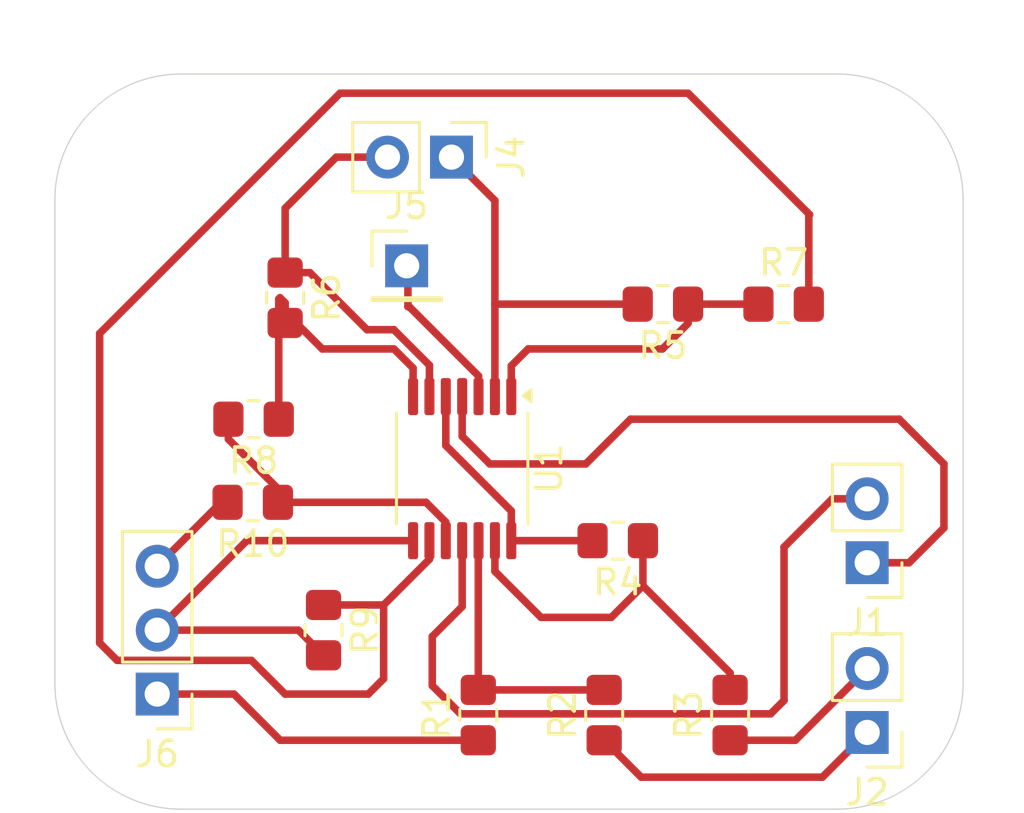
<source format=kicad_pcb>
(kicad_pcb (version 20241229) (generator "pcbnew") (generator_version "9.0")
  (layers (0 "F.Cu" signal) (2 "B.Cu" signal) (13 "F.Paste" user) (15 "B.Paste" user) (5 "F.SilkS" user "F.Silkscreen") (7 "B.SilkS" user "B.Silkscreen") (1 "F.Mask" user) (3 "B.Mask" user) (25 "Edge.Cuts" user))
  (net 0 "")
  (net 1 "+5V")
  (net 2 "GND")
  (net 3 "/V_{offset-}")
  (net 4 "/V_{offset+}")
  (net 5 "/IN-")
  (net 6 "/IN+")
  (net 7 "/OUT")
  (net 8 "Net-(U1D-+)")
  (net 9 "Net-(U1D--)")
  (net 10 "/V_SENSOR_WITH_DC_OFFSET")
  (net 11 "Net-(R5-Pad1)")
  (net 12 "/RGain+")
  (net 13 "/RGain-")
  (net 14 "Net-(R6-Pad2)")
  (net 15 "Net-(U1C--)")
  (net 16 "Net-(U1C-+)")
  (net 17 "/VREF")
  (footprint "Resistor_SMD:R_0805_2012Metric_Pad1.20x1.40mm_HandSolder" (layer "F.Cu") (at 96.758 80.772 180)
    (property "Reference" "R10" (at 0 -1.65 0) (layer "F.SilkS"))
    (property "Value" "10k")
    (fp_line (start -0.227064 0.735) (end 0.227064 0.735) (stroke (width 0.12)) (layer "F.SilkS"))
    (fp_line (start -0.227064 -0.735) (end 0.227064 -0.735) (stroke (width 0.12)) (layer "F.SilkS"))
    (pad "1" smd roundrect (at -1 0 180) (size 1.2 1.4) (layers "F.Cu" "F.Mask" "F.Paste") (roundrect_rratio 0.208333) (net 16 "Net-(U1C-+)"))
    (pad "2" smd roundrect (at 1 0 180) (size 1.2 1.4) (layers "F.Cu" "F.Mask" "F.Paste") (roundrect_rratio 0.208333) (net 17 "/VREF"))
  )
  (footprint "Connector_PinHeader_2.54mm:PinHeader_1x02_P2.54mm_Vertical" (layer "F.Cu") (at 104.648 67.056 -90)
    (property "Reference" "J4" (at 0 -2.38 90) (layer "F.SilkS"))
    (property "Value" "Conn_01x02_Pin")
    (fp_line (start -1.38 3.92) (end 1.38 3.92) (stroke (width 0.12)) (layer "F.SilkS"))
    (fp_line (start -1.38 1.27) (end -1.38 3.92) (stroke (width 0.12)) (layer "F.SilkS"))
    (fp_line (start -1.38 1.27) (end 1.38 1.27) (stroke (width 0.12)) (layer "F.SilkS"))
    (fp_line (start 1.38 1.27) (end 1.38 3.92) (stroke (width 0.12)) (layer "F.SilkS"))
    (fp_line (start -1.38 0) (end -1.38 -1.38) (stroke (width 0.12)) (layer "F.SilkS"))
    (fp_line (start -1.38 -1.38) (end 0 -1.38) (stroke (width 0.12)) (layer "F.SilkS"))
    (pad "1" thru_hole rect (at 0 0 270) (size 1.7 1.7) (drill 1) (layers "*.Cu" "*.Mask") (net 12 "/RGain+"))
    (pad "2" thru_hole circle (at 0 2.54 270) (size 1.7 1.7) (drill 1) (layers "*.Cu" "*.Mask") (net 13 "/RGain-"))
  )
  (footprint "Resistor_SMD:R_0805_2012Metric_Pad1.20x1.40mm_HandSolder" (layer "F.Cu") (at 117.84 72.898)
    (property "Reference" "R7" (at 0 -1.65 0) (layer "F.SilkS"))
    (property "Value" "10k")
    (fp_line (start -0.227064 -0.735) (end 0.227064 -0.735) (stroke (width 0.12)) (layer "F.SilkS"))
    (fp_line (start -0.227064 0.735) (end 0.227064 0.735) (stroke (width 0.12)) (layer "F.SilkS"))
    (pad "1" smd roundrect (at -1 0) (size 1.2 1.4) (layers "F.Cu" "F.Mask" "F.Paste") (roundrect_rratio 0.208333) (net 11 "Net-(R5-Pad1)"))
    (pad "2" smd roundrect (at 1 0) (size 1.2 1.4) (layers "F.Cu" "F.Mask" "F.Paste") (roundrect_rratio 0.208333) (net 15 "Net-(U1C--)"))
  )
  (footprint "Package_SO:TSSOP-14_4.4x5mm_P0.65mm" (layer "F.Cu") (at 105.074 79.4335 -90)
    (property "Reference" "U1" (at 0 -3.45 90) (layer "F.SilkS"))
    (property "Value" "LMV324")
    (fp_line (start 0 2.61) (end -2.2 2.61) (stroke (width 0.12)) (layer "F.SilkS"))
    (fp_line (start 0 2.61) (end 2.2 2.61) (stroke (width 0.12)) (layer "F.SilkS"))
    (fp_line (start 0 -2.61) (end -2.2 -2.61) (stroke (width 0.12)) (layer "F.SilkS"))
    (fp_line (start 0 -2.61) (end 2.2 -2.61) (stroke (width 0.12)) (layer "F.SilkS"))
    (fp_poly (pts (xy -2.9 -2.41) (xy -3.14 -2.74) (xy -2.66 -2.74)) (stroke (width 0.12)) (fill yes) (layer "F.SilkS"))
    (pad "1" smd roundrect (at -2.8625 -1.95 270) (size 1.475 0.4) (layers "F.Cu" "F.Mask" "F.Paste") (net 11 "Net-(R5-Pad1)"))
    (pad "2" smd roundrect (at -2.8625 -1.3 270) (size 1.475 0.4) (layers "F.Cu" "F.Mask" "F.Paste") (net 12 "/RGain+"))
    (pad "3" smd roundrect (at -2.8625 -0.65 270) (size 1.475 0.4) (layers "F.Cu" "F.Mask" "F.Paste") (net 5 "/IN-"))
    (pad "4" smd roundrect (at -2.8625 0 270) (size 1.475 0.4) (layers "F.Cu" "F.Mask" "F.Paste") (net 1 "+5V"))
    (pad "5" smd roundrect (at -2.8625 0.65 270) (size 1.475 0.4) (layers "F.Cu" "F.Mask" "F.Paste") (net 10 "/V_SENSOR_WITH_DC_OFFSET"))
    (pad "6" smd roundrect (at -2.8625 1.3 270) (size 1.475 0.4) (layers "F.Cu" "F.Mask" "F.Paste") (net 13 "/RGain-"))
    (pad "7" smd roundrect (at -2.8625 1.95 270) (size 1.475 0.4) (layers "F.Cu" "F.Mask" "F.Paste") (net 14 "Net-(R6-Pad2)"))
    (pad "8" smd roundrect (at 2.8625 1.95 270) (size 1.475 0.4) (layers "F.Cu" "F.Mask" "F.Paste") (net 7 "/OUT"))
    (pad "9" smd roundrect (at 2.8625 1.3 270) (size 1.475 0.4) (layers "F.Cu" "F.Mask" "F.Paste") (net 15 "Net-(U1C--)"))
    (pad "10" smd roundrect (at 2.8625 0.65 270) (size 1.475 0.4) (layers "F.Cu" "F.Mask" "F.Paste") (net 16 "Net-(U1C-+)"))
    (pad "11" smd roundrect (at 2.8625 0 270) (size 1.475 0.4) (layers "F.Cu" "F.Mask" "F.Paste") (net 2 "GND"))
    (pad "12" smd roundrect (at 2.8625 -0.65 270) (size 1.475 0.4) (layers "F.Cu" "F.Mask" "F.Paste") (net 8 "Net-(U1D-+)"))
    (pad "13" smd roundrect (at 2.8625 -1.3 270) (size 1.475 0.4) (layers "F.Cu" "F.Mask" "F.Paste") (net 9 "Net-(U1D--)"))
    (pad "14" smd roundrect (at 2.8625 -1.95 270) (size 1.475 0.4) (layers "F.Cu" "F.Mask" "F.Paste") (net 10 "/V_SENSOR_WITH_DC_OFFSET"))
  )
  (footprint "Connector_PinHeader_2.54mm:PinHeader_1x02_P2.54mm_Vertical" (layer "F.Cu") (at 121.158 89.916 180)
    (property "Reference" "J2" (at 0 -2.38 0) (layer "F.SilkS"))
    (property "Value" "Conn_01x02_Pin")
    (fp_line (start 1.38 1.27) (end 1.38 3.92) (stroke (width 0.12)) (layer "F.SilkS"))
    (fp_line (start -1.38 3.92) (end 1.38 3.92) (stroke (width 0.12)) (layer "F.SilkS"))
    (fp_line (start -1.38 1.27) (end 1.38 1.27) (stroke (width 0.12)) (layer "F.SilkS"))
    (fp_line (start -1.38 1.27) (end -1.38 3.92) (stroke (width 0.12)) (layer "F.SilkS"))
    (fp_line (start -1.38 0) (end -1.38 -1.38) (stroke (width 0.12)) (layer "F.SilkS"))
    (fp_line (start -1.38 -1.38) (end 0 -1.38) (stroke (width 0.12)) (layer "F.SilkS"))
    (pad "1" thru_hole rect (at 0 0 180) (size 1.7 1.7) (drill 1) (layers "*.Cu" "*.Mask") (net 4 "/V_{offset+}"))
    (pad "2" thru_hole circle (at 0 2.54 180) (size 1.7 1.7) (drill 1) (layers "*.Cu" "*.Mask") (net 3 "/V_{offset-}"))
  )
  (footprint "Resistor_SMD:R_0805_2012Metric_Pad1.20x1.40mm_HandSolder" (layer "F.Cu") (at 96.79 77.47 180)
    (property "Reference" "R8" (at 0 -1.65 0) (layer "F.SilkS"))
    (property "Value" "10k")
    (fp_line (start -0.227064 0.735) (end 0.227064 0.735) (stroke (width 0.12)) (layer "F.SilkS"))
    (fp_line (start -0.227064 -0.735) (end 0.227064 -0.735) (stroke (width 0.12)) (layer "F.SilkS"))
    (pad "1" smd roundrect (at -1 0 180) (size 1.2 1.4) (layers "F.Cu" "F.Mask" "F.Paste") (roundrect_rratio 0.208333) (net 14 "Net-(R6-Pad2)"))
    (pad "2" smd roundrect (at 1 0 180) (size 1.2 1.4) (layers "F.Cu" "F.Mask" "F.Paste") (roundrect_rratio 0.208333) (net 16 "Net-(U1C-+)"))
  )
  (footprint "Resistor_SMD:R_0805_2012Metric_Pad1.20x1.40mm_HandSolder" (layer "F.Cu") (at 98.044 72.644 -90)
    (property "Reference" "R6" (at 0 -1.65 90) (layer "F.SilkS"))
    (property "Value" "10k")
    (fp_line (start -0.227064 0.735) (end 0.227064 0.735) (stroke (width 0.12)) (layer "F.SilkS"))
    (fp_line (start -0.227064 -0.735) (end 0.227064 -0.735) (stroke (width 0.12)) (layer "F.SilkS"))
    (pad "1" smd roundrect (at -1 0 270) (size 1.2 1.4) (layers "F.Cu" "F.Mask" "F.Paste") (roundrect_rratio 0.208333) (net 13 "/RGain-"))
    (pad "2" smd roundrect (at 1 0 270) (size 1.2 1.4) (layers "F.Cu" "F.Mask" "F.Paste") (roundrect_rratio 0.208333) (net 14 "Net-(R6-Pad2)"))
  )
  (footprint "Resistor_SMD:R_0805_2012Metric_Pad1.20x1.40mm_HandSolder" (layer "F.Cu") (at 111.252 82.296 180)
    (property "Reference" "R4" (at 0 -1.65 0) (layer "F.SilkS"))
    (property "Value" "10k")
    (fp_line (start -0.227064 0.735) (end 0.227064 0.735) (stroke (width 0.12)) (layer "F.SilkS"))
    (fp_line (start -0.227064 -0.735) (end 0.227064 -0.735) (stroke (width 0.12)) (layer "F.SilkS"))
    (pad "1" smd roundrect (at -1 0 180) (size 1.2 1.4) (layers "F.Cu" "F.Mask" "F.Paste") (roundrect_rratio 0.208333) (net 9 "Net-(U1D--)"))
    (pad "2" smd roundrect (at 1 0 180) (size 1.2 1.4) (layers "F.Cu" "F.Mask" "F.Paste") (roundrect_rratio 0.208333) (net 10 "/V_SENSOR_WITH_DC_OFFSET"))
  )
  (footprint "Resistor_SMD:R_0805_2012Metric_Pad1.20x1.40mm_HandSolder" (layer "F.Cu") (at 110.714 89.227 90)
    (property "Reference" "R2" (at 0 -1.65 90) (layer "F.SilkS"))
    (property "Value" "10k")
    (fp_line (start -0.227064 -0.735) (end 0.227064 -0.735) (stroke (width 0.12)) (layer "F.SilkS"))
    (fp_line (start -0.227064 0.735) (end 0.227064 0.735) (stroke (width 0.12)) (layer "F.SilkS"))
    (pad "1" smd roundrect (at -1 0 90) (size 1.2 1.4) (layers "F.Cu" "F.Mask" "F.Paste") (roundrect_rratio 0.208333) (net 4 "/V_{offset+}"))
    (pad "2" smd roundrect (at 1 0 90) (size 1.2 1.4) (layers "F.Cu" "F.Mask" "F.Paste") (roundrect_rratio 0.208333) (net 8 "Net-(U1D-+)"))
  )
  (footprint "Connector_PinHeader_2.54mm:PinHeader_1x01_P2.54mm_Vertical" (layer "F.Cu") (at 102.87 71.374)
    (property "Reference" "J5" (at 0 -2.38 0) (layer "F.SilkS"))
    (property "Value" "Conn_01x01_Pin")
    (fp_line (start -1.38 -1.38) (end 0 -1.38) (stroke (width 0.12)) (layer "F.SilkS"))
    (fp_line (start -1.38 0) (end -1.38 -1.38) (stroke (width 0.12)) (layer "F.SilkS"))
    (fp_line (start -1.38 1.27) (end -1.38 1.38) (stroke (width 0.12)) (layer "F.SilkS"))
    (fp_line (start -1.38 1.27) (end 1.38 1.27) (stroke (width 0.12)) (layer "F.SilkS"))
    (fp_line (start -1.38 1.38) (end 1.38 1.38) (stroke (width 0.12)) (layer "F.SilkS"))
    (fp_line (start 1.38 1.27) (end 1.38 1.38) (stroke (width 0.12)) (layer "F.SilkS"))
    (pad "1" thru_hole rect (at 0 0) (size 1.7 1.7) (drill 1) (layers "*.Cu" "*.Mask") (net 5 "/IN-"))
  )
  (footprint "Resistor_SMD:R_0805_2012Metric_Pad1.20x1.40mm_HandSolder" (layer "F.Cu") (at 115.714 89.227 90)
    (property "Reference" "R3" (at 0 -1.65 90) (layer "F.SilkS"))
    (property "Value" "10k")
    (fp_line (start -0.227064 -0.735) (end 0.227064 -0.735) (stroke (width 0.12)) (layer "F.SilkS"))
    (fp_line (start -0.227064 0.735) (end 0.227064 0.735) (stroke (width 0.12)) (layer "F.SilkS"))
    (pad "1" smd roundrect (at -1 0 90) (size 1.2 1.4) (layers "F.Cu" "F.Mask" "F.Paste") (roundrect_rratio 0.208333) (net 3 "/V_{offset-}"))
    (pad "2" smd roundrect (at 1 0 90) (size 1.2 1.4) (layers "F.Cu" "F.Mask" "F.Paste") (roundrect_rratio 0.208333) (net 9 "Net-(U1D--)"))
  )
  (footprint "Resistor_SMD:R_0805_2012Metric_Pad1.20x1.40mm_HandSolder" (layer "F.Cu") (at 99.568 85.852 -90)
    (property "Reference" "R9" (at 0 -1.65 90) (layer "F.SilkS"))
    (property "Value" "10k")
    (fp_line (start -0.227064 0.735) (end 0.227064 0.735) (stroke (width 0.12)) (layer "F.SilkS"))
    (fp_line (start -0.227064 -0.735) (end 0.227064 -0.735) (stroke (width 0.12)) (layer "F.SilkS"))
    (pad "1" smd roundrect (at -1 0 270) (size 1.2 1.4) (layers "F.Cu" "F.Mask" "F.Paste") (roundrect_rratio 0.208333) (net 15 "Net-(U1C--)"))
    (pad "2" smd roundrect (at 1 0 270) (size 1.2 1.4) (layers "F.Cu" "F.Mask" "F.Paste") (roundrect_rratio 0.208333) (net 7 "/OUT"))
  )
  (footprint "Resistor_SMD:R_0805_2012Metric_Pad1.20x1.40mm_HandSolder" (layer "F.Cu") (at 113.046 72.898 180)
    (property "Reference" "R5" (at 0 -1.65 0) (layer "F.SilkS"))
    (property "Value" "10k")
    (fp_line (start -0.227064 0.735) (end 0.227064 0.735) (stroke (width 0.12)) (layer "F.SilkS"))
    (fp_line (start -0.227064 -0.735) (end 0.227064 -0.735) (stroke (width 0.12)) (layer "F.SilkS"))
    (pad "1" smd roundrect (at -1 0 180) (size 1.2 1.4) (layers "F.Cu" "F.Mask" "F.Paste") (roundrect_rratio 0.208333) (net 11 "Net-(R5-Pad1)"))
    (pad "2" smd roundrect (at 1 0 180) (size 1.2 1.4) (layers "F.Cu" "F.Mask" "F.Paste") (roundrect_rratio 0.208333) (net 12 "/RGain+"))
  )
  (footprint "Connector_PinHeader_2.54mm:PinHeader_1x02_P2.54mm_Vertical" (layer "F.Cu") (at 121.158 83.173341 180)
    (property "Reference" "J1" (at 0 -2.38 0) (layer "F.SilkS"))
    (property "Value" "Conn_01x02_Pin")
    (fp_line (start 1.38 1.27) (end 1.38 3.92) (stroke (width 0.12)) (layer "F.SilkS"))
    (fp_line (start -1.38 3.92) (end 1.38 3.92) (stroke (width 0.12)) (layer "F.SilkS"))
    (fp_line (start -1.38 1.27) (end 1.38 1.27) (stroke (width 0.12)) (layer "F.SilkS"))
    (fp_line (start -1.38 1.27) (end -1.38 3.92) (stroke (width 0.12)) (layer "F.SilkS"))
    (fp_line (start -1.38 0) (end -1.38 -1.38) (stroke (width 0.12)) (layer "F.SilkS"))
    (fp_line (start -1.38 -1.38) (end 0 -1.38) (stroke (width 0.12)) (layer "F.SilkS"))
    (pad "1" thru_hole rect (at 0 0 180) (size 1.7 1.7) (drill 1) (layers "*.Cu" "*.Mask") (net 1 "+5V"))
    (pad "2" thru_hole circle (at 0 2.54 180) (size 1.7 1.7) (drill 1) (layers "*.Cu" "*.Mask") (net 2 "GND"))
  )
  (footprint "Connector_PinHeader_2.54mm:PinHeader_1x03_P2.54mm_Vertical" (layer "F.Cu") (at 92.964 88.392 180)
    (property "Reference" "J6" (at 0 -2.38 0) (layer "F.SilkS"))
    (property "Value" "Conn_01x03_Pin")
    (fp_line (start 1.38 1.27) (end 1.38 6.46) (stroke (width 0.12)) (layer "F.SilkS"))
    (fp_line (start -1.38 6.46) (end 1.38 6.46) (stroke (width 0.12)) (layer "F.SilkS"))
    (fp_line (start -1.38 1.27) (end 1.38 1.27) (stroke (width 0.12)) (layer "F.SilkS"))
    (fp_line (start -1.38 1.27) (end -1.38 6.46) (stroke (width 0.12)) (layer "F.SilkS"))
    (fp_line (start -1.38 0) (end -1.38 -1.38) (stroke (width 0.12)) (layer "F.SilkS"))
    (fp_line (start -1.38 -1.38) (end 0 -1.38) (stroke (width 0.12)) (layer "F.SilkS"))
    (pad "1" thru_hole rect (at 0 0 180) (size 1.7 1.7) (drill 1) (layers "*.Cu" "*.Mask") (net 6 "/IN+"))
    (pad "2" thru_hole circle (at 0 2.54 180) (size 1.7 1.7) (drill 1) (layers "*.Cu" "*.Mask") (net 7 "/OUT"))
    (pad "3" thru_hole circle (at 0 5.08 180) (size 1.7 1.7) (drill 1) (layers "*.Cu" "*.Mask") (net 17 "/VREF"))
  )
  (footprint "Resistor_SMD:R_0805_2012Metric_Pad1.20x1.40mm_HandSolder" (layer "F.Cu") (at 105.714 89.227 90)
    (property "Reference" "R1" (at 0 -1.65 90) (layer "F.SilkS"))
    (property "Value" "10k")
    (fp_line (start -0.227064 -0.735) (end 0.227064 -0.735) (stroke (width 0.12)) (layer "F.SilkS"))
    (fp_line (start -0.227064 0.735) (end 0.227064 0.735) (stroke (width 0.12)) (layer "F.SilkS"))
    (pad "1" smd roundrect (at -1 0 90) (size 1.2 1.4) (layers "F.Cu" "F.Mask" "F.Paste") (roundrect_rratio 0.208333) (net 6 "/IN+"))
    (pad "2" smd roundrect (at 1 0 90) (size 1.2 1.4) (layers "F.Cu" "F.Mask" "F.Paste") (roundrect_rratio 0.208333) (net 8 "Net-(U1D-+)"))
  )
  (gr_arc (start 124.968 87.964) (mid 123.503534 91.499534) (end 119.968 92.964) (stroke (width 0.05)) (layer "Edge.Cuts"))
  (gr_arc (start 119.968 63.754) (mid 123.503534 65.218466) (end 124.968 68.754) (stroke (width 0.05)) (layer "Edge.Cuts"))
  (gr_line (start 88.9 87.964) (end 88.9 68.754) (stroke (width 0.05)) (layer "Edge.Cuts"))
  (gr_line (start 124.968 68.754) (end 124.968 87.964) (stroke (width 0.05)) (layer "Edge.Cuts"))
  (gr_arc (start 88.9 68.754) (mid 90.364466 65.218466) (end 93.9 63.754) (stroke (width 0.05)) (layer "Edge.Cuts"))
  (gr_line (start 119.968 92.964) (end 93.9 92.964) (stroke (width 0.05)) (layer "Edge.Cuts"))
  (gr_line (start 93.9 63.754) (end 119.968 63.754) (stroke (width 0.05)) (layer "Edge.Cuts"))
  (gr_arc (start 93.9 92.964) (mid 90.364466 91.499534) (end 88.9 87.964) (stroke (width 0.05)) (layer "Edge.Cuts"))
  (segment (start 122.820659 83.173341) (end 124.206 81.788) (width 0.3) (layer "F.Cu") (net 1))
  (segment (start 109.982 79.248) (end 106.172 79.248) (width 0.3) (layer "F.Cu") (net 1))
  (segment (start 122.428 77.47) (end 111.76 77.47) (width 0.3) (layer "F.Cu") (net 1))
  (segment (start 124.206 81.788) (end 124.206 79.248) (width 0.3) (layer "F.Cu") (net 1))
  (segment (start 105.074 78.15) (end 105.074 76.571) (width 0.3) (layer "F.Cu") (net 1))
  (segment (start 111.76 77.47) (end 109.982 79.248) (width 0.3) (layer "F.Cu") (net 1))
  (segment (start 106.172 79.248) (end 105.074 78.15) (width 0.3) (layer "F.Cu") (net 1))
  (segment (start 124.206 79.248) (end 122.428 77.47) (width 0.3) (layer "F.Cu") (net 1))
  (segment (start 121.158 83.173341) (end 122.820659 83.173341) (width 0.3) (layer "F.Cu") (net 1))
  (segment (start 105.074 84.918) (end 105.074 82.296) (width 0.3) (layer "F.Cu") (net 2))
  (segment (start 103.886 88.05587) (end 103.886 86.106) (width 0.3) (layer "F.Cu") (net 2))
  (segment (start 121.27132 80.633341) (end 119.772659 80.633341) (width 0.3) (layer "F.Cu") (net 2))
  (segment (start 117.324 89.178) (end 105.00813 89.178) (width 0.3) (layer "F.Cu") (net 2))
  (segment (start 117.856 88.646) (end 117.324 89.178) (width 0.3) (layer "F.Cu") (net 2))
  (segment (start 103.886 86.106) (end 105.074 84.918) (width 0.3) (layer "F.Cu") (net 2))
  (segment (start 105.00813 89.178) (end 103.886 88.05587) (width 0.3) (layer "F.Cu") (net 2))
  (segment (start 119.772659 80.633341) (end 117.856 82.55) (width 0.3) (layer "F.Cu") (net 2))
  (segment (start 117.856 82.55) (end 117.856 88.646) (width 0.3) (layer "F.Cu") (net 2))
  (segment (start 118.307 90.227) (end 115.714 90.227) (width 0.3) (layer "F.Cu") (net 3))
  (segment (start 121.158 87.376) (end 118.307 90.227) (width 0.3) (layer "F.Cu") (net 3))
  (segment (start 112.181 91.694) (end 110.714 90.227) (width 0.3) (layer "F.Cu") (net 4))
  (segment (start 121.158 89.916) (end 119.38 91.694) (width 0.3) (layer "F.Cu") (net 4))
  (segment (start 119.38 91.694) (end 112.181 91.694) (width 0.3) (layer "F.Cu") (net 4))
  (segment (start 102.92 71.424) (end 102.92 73) (width 0.3) (layer "F.Cu") (net 5))
  (segment (start 102.87 71.374) (end 102.92 71.424) (width 0.3) (layer "F.Cu") (net 5))
  (segment (start 102.92 73) (end 102.972 73) (width 0.3) (layer "F.Cu") (net 5))
  (segment (start 105.724 75.752) (end 105.724 76.571) (width 0.3) (layer "F.Cu") (net 5))
  (segment (start 102.972 73) (end 105.724 75.752) (width 0.3) (layer "F.Cu") (net 5))
  (segment (start 92.964 88.392) (end 96.012 88.392) (width 0.3) (layer "F.Cu") (net 6))
  (segment (start 96.012 88.392) (end 97.847 90.227) (width 0.3) (layer "F.Cu") (net 6))
  (segment (start 97.847 90.227) (end 105.714 90.227) (width 0.3) (layer "F.Cu") (net 6))
  (segment (start 92.964 85.852) (end 96.52 82.296) (width 0.3) (layer "F.Cu") (net 7))
  (segment (start 96.52 82.296) (end 103.124 82.296) (width 0.3) (layer "F.Cu") (net 7))
  (segment (start 98.568 85.852) (end 92.964 85.852) (width 0.3) (layer "F.Cu") (net 7))
  (segment (start 99.568 86.852) (end 98.568 85.852) (width 0.3) (layer "F.Cu") (net 7))
  (segment (start 105.714 88.227) (end 110.714 88.227) (width 0.3) (layer "F.Cu") (net 8))
  (segment (start 105.714 82.306) (end 105.724 82.296) (width 0.3) (layer "F.Cu") (net 8))
  (segment (start 105.714 88.227) (end 105.714 82.306) (width 0.3) (layer "F.Cu") (net 8))
  (segment (start 112.252 84.09) (end 110.998 85.344) (width 0.3) (layer "F.Cu") (net 9))
  (segment (start 115.714 87.552) (end 112.252 84.09) (width 0.3) (layer "F.Cu") (net 9))
  (segment (start 112.252 82.296) (end 112.252 84.09) (width 0.3) (layer "F.Cu") (net 9))
  (segment (start 110.998 85.344) (end 108.204 85.344) (width 0.3) (layer "F.Cu") (net 9))
  (segment (start 115.714 88.227) (end 115.714 87.552) (width 0.3) (layer "F.Cu") (net 9))
  (segment (start 106.374 83.514) (end 106.374 82.296) (width 0.3) (layer "F.Cu") (net 9))
  (segment (start 108.204 85.344) (end 106.374 83.514) (width 0.3) (layer "F.Cu") (net 9))
  (segment (start 107.024 82.296) (end 107.024 81.116) (width 0.3) (layer "F.Cu") (net 10))
  (segment (start 104.424 78.516) (end 104.424 76.571) (width 0.3) (layer "F.Cu") (net 10))
  (segment (start 107.024 82.296) (end 110.252 82.296) (width 0.3) (layer "F.Cu") (net 10))
  (segment (start 107.024 81.116) (end 104.424 78.516) (width 0.3) (layer "F.Cu") (net 10))
  (segment (start 114.046 72.898) (end 114.046 73.66) (width 0.3) (layer "F.Cu") (net 11))
  (segment (start 107.696 74.676) (end 107.024 75.348) (width 0.3) (layer "F.Cu") (net 11))
  (segment (start 107.024 75.348) (end 107.024 76.571) (width 0.3) (layer "F.Cu") (net 11))
  (segment (start 113.03 74.676) (end 107.696 74.676) (width 0.3) (layer "F.Cu") (net 11))
  (segment (start 114.046 72.898) (end 116.84 72.898) (width 0.3) (layer "F.Cu") (net 11))
  (segment (start 114.046 73.66) (end 113.03 74.676) (width 0.3) (layer "F.Cu") (net 11))
  (segment (start 106.374 68.782) (end 104.648 67.056) (width 0.3) (layer "F.Cu") (net 12))
  (segment (start 106.374 76.571) (end 106.374 72.898) (width 0.3) (layer "F.Cu") (net 12))
  (segment (start 106.374 72.898) (end 106.374 68.782) (width 0.3) (layer "F.Cu") (net 12))
  (segment (start 112.046 72.898) (end 106.374 72.898) (width 0.3) (layer "F.Cu") (net 12))
  (segment (start 100.076 67.056) (end 98.044 69.088) (width 0.3) (layer "F.Cu") (net 13))
  (segment (start 103.774 75.326) (end 103.774 76.571) (width 0.3) (layer "F.Cu") (net 13))
  (segment (start 99.024 71.644) (end 100.685 73.305) (width 0.3) (layer "F.Cu") (net 13))
  (segment (start 98.044 69.088) (end 98.044 71.644) (width 0.3) (layer "F.Cu") (net 13))
  (segment (start 101.294 73.914) (end 102.362 73.914) (width 0.3) (layer "F.Cu") (net 13))
  (segment (start 102.362 73.914) (end 103.774 75.326) (width 0.3) (layer "F.Cu") (net 13))
  (segment (start 102.108 67.056) (end 100.076 67.056) (width 0.3) (layer "F.Cu") (net 13))
  (segment (start 100.685 73.305) (end 101.294 73.914) (width 0.3) (layer "F.Cu") (net 13))
  (segment (start 98.044 71.644) (end 99.024 71.644) (width 0.3) (layer "F.Cu") (net 13))
  (segment (start 98.044 72.848) (end 98.044 73.644) (width 0.3) (layer "F.Cu") (net 14))
  (segment (start 103.124 75.438) (end 102.362 74.676) (width 0.3) (layer "F.Cu") (net 14))
  (segment (start 102.362 74.676) (end 99.516 74.676) (width 0.3) (layer "F.Cu") (net 14))
  (segment (start 97.79 72.694) (end 97.84 72.644) (width 0.3) (layer "F.Cu") (net 14))
  (segment (start 97.84 73) (end 97.84 72.644) (width 0.3) (layer "F.Cu") (net 14))
  (segment (start 103.124 76.571) (end 103.124 75.438) (width 0.3) (layer "F.Cu") (net 14))
  (segment (start 99.516 74.676) (end 97.84 73) (width 0.3) (layer "F.Cu") (net 14))
  (segment (start 97.79 77.47) (end 97.79 72.694) (width 0.3) (layer "F.Cu") (net 14))
  (segment (start 97.84 72.644) (end 98.044 72.848) (width 0.3) (layer "F.Cu") (net 14))
  (segment (start 90.678 86.36) (end 90.678 74.062101) (width 0.3) (layer "F.Cu") (net 15))
  (segment (start 100.224101 64.516) (end 114.046 64.516) (width 0.3) (layer "F.Cu") (net 15))
  (segment (start 91.371 87.053) (end 90.678 86.36) (width 0.3) (layer "F.Cu") (net 15))
  (segment (start 99.568 84.852) (end 101.955499 84.852) (width 0.3) (layer "F.Cu") (net 15))
  (segment (start 101.346 88.392) (end 98.044 88.392) (width 0.3) (layer "F.Cu") (net 15))
  (segment (start 118.84 69.374) (end 118.84 72.898) (width 0.3) (layer "F.Cu") (net 15))
  (segment (start 90.678 74.062101) (end 100.224101 64.516) (width 0.3) (layer "F.Cu") (net 15))
  (segment (start 114.046 64.516) (end 118.872 69.342) (width 0.3) (layer "F.Cu") (net 15))
  (segment (start 98.044 88.392) (end 96.705 87.053) (width 0.3) (layer "F.Cu") (net 15))
  (segment (start 101.955499 87.782501) (end 101.346 88.392) (width 0.3) (layer "F.Cu") (net 15))
  (segment (start 101.955499 84.852) (end 103.774 83.033499) (width 0.3) (layer "F.Cu") (net 15))
  (segment (start 118.872 69.342) (end 118.84 69.374) (width 0.3) (layer "F.Cu") (net 15))
  (segment (start 101.955499 84.852) (end 101.955499 87.782501) (width 0.3) (layer "F.Cu") (net 15))
  (segment (start 103.774 83.033499) (end 103.774 82.296) (width 0.3) (layer "F.Cu") (net 15))
  (segment (start 96.705 87.053) (end 91.371 87.053) (width 0.3) (layer "F.Cu") (net 15))
  (segment (start 97.758 80.772) (end 103.637499 80.772) (width 0.3) (layer "F.Cu") (net 16))
  (segment (start 97.758 80.232) (end 95.79 78.264) (width 0.3) (layer "F.Cu") (net 16))
  (segment (start 95.79 78.264) (end 95.79 77.47) (width 0.3) (layer "F.Cu") (net 16))
  (segment (start 104.424 81.558501) (end 104.424 82.296) (width 0.3) (layer "F.Cu") (net 16))
  (segment (start 103.637499 80.772) (end 104.424 81.558501) (width 0.3) (layer "F.Cu") (net 16))
  (segment (start 97.758 80.772) (end 97.758 80.232) (width 0.3) (layer "F.Cu") (net 16))
  (segment (start 92.964 83.312) (end 95.504 80.772) (width 0.3) (layer "F.Cu") (net 17))
  (segment (start 95.504 80.772) (end 95.758 80.772) (width 0.3) (layer "F.Cu") (net 17))
)
</source>
